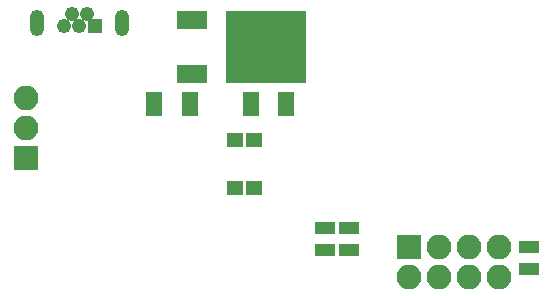
<source format=gts>
G04 #@! TF.FileFunction,Soldermask,Top*
%FSLAX46Y46*%
G04 Gerber Fmt 4.6, Leading zero omitted, Abs format (unit mm)*
G04 Created by KiCad (PCBNEW 4.0.7) date 01/11/18 16:58:58*
%MOMM*%
%LPD*%
G01*
G04 APERTURE LIST*
%ADD10C,0.100000*%
%ADD11R,1.400000X1.300000*%
%ADD12R,1.700000X1.100000*%
%ADD13R,1.400000X2.000000*%
%ADD14R,1.240000X1.240000*%
%ADD15C,1.240000*%
%ADD16O,1.250000X2.250000*%
%ADD17R,2.600000X1.600000*%
%ADD18R,6.800000X6.200000*%
%ADD19R,2.100000X2.100000*%
%ADD20O,2.100000X2.100000*%
G04 APERTURE END LIST*
D10*
D11*
X134150000Y-99550000D03*
X132550000Y-99550000D03*
X134150000Y-103650000D03*
X132550000Y-103650000D03*
D12*
X140208000Y-108900000D03*
X140208000Y-107000000D03*
D13*
X125730000Y-96520000D03*
X128730000Y-96520000D03*
X136906000Y-96520000D03*
X133906000Y-96520000D03*
D14*
X120695000Y-89900000D03*
D15*
X120045000Y-88900000D03*
X119395000Y-89900000D03*
X118745000Y-88900000D03*
X118095000Y-89900000D03*
D16*
X122970000Y-89680000D03*
X115820000Y-89680000D03*
D17*
X128931000Y-89413000D03*
X128931000Y-93973000D03*
D18*
X135231000Y-91693000D03*
D19*
X147320000Y-108585000D03*
D20*
X147320000Y-111125000D03*
X149860000Y-108585000D03*
X149860000Y-111125000D03*
X152400000Y-108585000D03*
X152400000Y-111125000D03*
X154940000Y-108585000D03*
X154940000Y-111125000D03*
D12*
X142240000Y-108900000D03*
X142240000Y-107000000D03*
X157480000Y-110485000D03*
X157480000Y-108585000D03*
D19*
X114841000Y-101082000D03*
D20*
X114841000Y-98542000D03*
X114841000Y-96002000D03*
M02*

</source>
